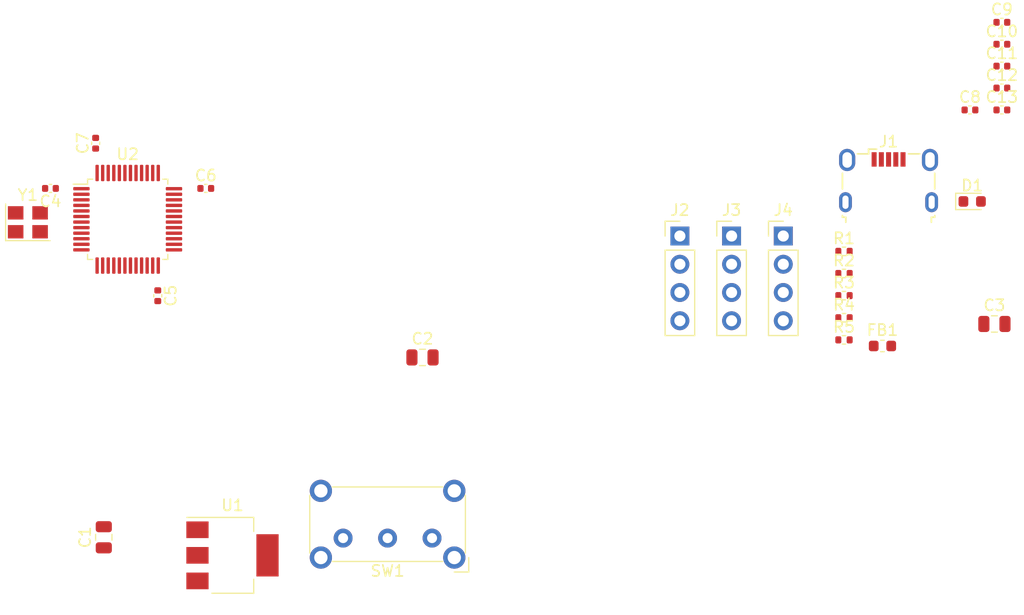
<source format=kicad_pcb>
(kicad_pcb (version 20221018) (generator pcbnew)
  (layers (0 "F.Cu" signal) (31 "B.Cu" power) (34 "B.Paste" user) (35 "F.Paste" user) (36 "B.SilkS" user "B.Silkscreen") (37 "F.SilkS" user "F.Silkscreen") (38 "B.Mask" user) (39 "F.Mask" user) (44 "Edge.Cuts" user))
  (net 0 "")
  (net 1 "VBUS")
  (net 2 "GND")
  (net 3 "+3.3V")
  (net 4 "Net-(C10-Pad2)")
  (net 5 "Net-(C10-Pad1)")
  (net 6 "/NRST")
  (net 7 "/HSE_IN")
  (net 8 "/HSE_OUT")
  (net 9 "Net-(D1-K)")
  (net 10 "/USB_D-")
  (net 11 "/USB_D+")
  (net 14 "+3V3")
  (net 15 "/USART1_TX")
  (net 16 "/USART1_RX")
  (net 17 "/SWDIO")
  (net 18 "/SWCLK")
  (net 19 "/I2C2_SCL")
  (net 20 "/I2C2_SDA")
  (net 21 "/SW_BOOTO")
  (net 22 "Net-(U2-BOOT0)")
  (footprint "Inductor_SMD:L_0603_1608Metric" (layer "F.Cu") (at 121.06 93.42)
    (fp_text reference "FB1" (at 0 -1.43) (layer "F.SilkS"))
    (fp_text value "120R")
    (fp_line (start -0.162779 -0.51) (end 0.162779 -0.51) (stroke (width 0.12)) (layer "F.SilkS"))
    (fp_line (start -0.162779 0.51) (end 0.162779 0.51) (stroke (width 0.12)) (layer "F.SilkS"))
    (pad "1" smd roundrect (at -0.7875 0) (size 0.875 0.95) (layers "F.Cu" "F.Paste" "F.Mask") (net 3 "+3.3V"))
    (pad "2" smd roundrect (at 0.7875 0) (size 0.875 0.95) (layers "F.Cu" "F.Paste" "F.Mask") (net 5 "Net-(C10-Pad1)"))
  )
  (footprint "Capacitor_SMD:C_0402_1005Metric" (layer "F.Cu") (at 131.8 70.22)
    (fp_text reference "C12" (at 0 -1.16) (layer "F.SilkS"))
    (fp_text value "10pF")
    (fp_line (start -0.107836 -0.36) (end 0.107836 -0.36) (stroke (width 0.12)) (layer "F.SilkS"))
    (fp_line (start -0.107836 0.36) (end 0.107836 0.36) (stroke (width 0.12)) (layer "F.SilkS"))
    (pad "1" smd roundrect (at -0.48 0) (size 0.56 0.62) (layers "F.Cu" "F.Paste" "F.Mask") (net 7 "/HSE_IN"))
    (pad "2" smd roundrect (at 0.48 0) (size 0.56 0.62) (layers "F.Cu" "F.Paste" "F.Mask") (net 2 "GND"))
  )
  (footprint "Resistor_SMD:R_0402_1005Metric" (layer "F.Cu") (at 117.6 84.91)
    (fp_text reference "R1" (at 0 -1.17) (layer "F.SilkS"))
    (fp_text value "1k5")
    (fp_line (start -0.153641 -0.38) (end 0.153641 -0.38) (stroke (width 0.12)) (layer "F.SilkS"))
    (fp_line (start -0.153641 0.38) (end 0.153641 0.38) (stroke (width 0.12)) (layer "F.SilkS"))
    (pad "1" smd roundrect (at -0.51 0) (size 0.54 0.64) (layers "F.Cu" "F.Paste" "F.Mask") (net 9 "Net-(D1-K)"))
    (pad "2" smd roundrect (at 0.51 0) (size 0.54 0.64) (layers "F.Cu" "F.Paste" "F.Mask") (net 2 "GND"))
  )
  (footprint "Resistor_SMD:R_0402_1005Metric" (layer "F.Cu") (at 117.6 90.88)
    (fp_text reference "R4" (at 0 -1.17) (layer "F.SilkS"))
    (fp_text value "1k5")
    (fp_line (start -0.153641 -0.38) (end 0.153641 -0.38) (stroke (width 0.12)) (layer "F.SilkS"))
    (fp_line (start -0.153641 0.38) (end 0.153641 0.38) (stroke (width 0.12)) (layer "F.SilkS"))
    (pad "1" smd roundrect (at -0.51 0) (size 0.54 0.64) (layers "F.Cu" "F.Paste" "F.Mask") (net 19 "/I2C2_SCL"))
    (pad "2" smd roundrect (at 0.51 0) (size 0.54 0.64) (layers "F.Cu" "F.Paste" "F.Mask") (net 14 "+3V3"))
  )
  (footprint "Resistor_SMD:R_0402_1005Metric" (layer "F.Cu") (at 117.6 86.9)
    (fp_text reference "R2" (at 0 -1.17) (layer "F.SilkS"))
    (fp_text value "10k")
    (fp_line (start -0.153641 -0.38) (end 0.153641 -0.38) (stroke (width 0.12)) (layer "F.SilkS"))
    (fp_line (start -0.153641 0.38) (end 0.153641 0.38) (stroke (width 0.12)) (layer "F.SilkS"))
    (pad "1" smd roundrect (at -0.51 0) (size 0.54 0.64) (layers "F.Cu" "F.Paste" "F.Mask") (net 21 "/SW_BOOTO"))
    (pad "2" smd roundrect (at 0.51 0) (size 0.54 0.64) (layers "F.Cu" "F.Paste" "F.Mask") (net 22 "Net-(U2-BOOT0)"))
  )
  (footprint "Capacitor_SMD:C_0402_1005Metric" (layer "F.Cu") (at 131.8 68.25)
    (fp_text reference "C11" (at 0 -1.16) (layer "F.SilkS"))
    (fp_text value "100n")
    (fp_line (start -0.107836 -0.36) (end 0.107836 -0.36) (stroke (width 0.12)) (layer "F.SilkS"))
    (fp_line (start -0.107836 0.36) (end 0.107836 0.36) (stroke (width 0.12)) (layer "F.SilkS"))
    (pad "1" smd roundrect (at -0.48 0) (size 0.56 0.62) (layers "F.Cu" "F.Paste" "F.Mask") (net 6 "/NRST"))
    (pad "2" smd roundrect (at 0.48 0) (size 0.56 0.62) (layers "F.Cu" "F.Paste" "F.Mask") (net 2 "GND"))
  )
  (footprint "Crystal:Crystal_SMD_3225-4Pin_3.2x2.5mm" (layer "F.Cu") (at 44.196 82.296)
    (fp_text reference "Y1" (at 0 -2.45) (layer "F.SilkS"))
    (fp_text value "16Mhz")
    (fp_line (start -2 -1.65) (end -2 1.65) (stroke (width 0.12)) (layer "F.SilkS"))
    (fp_line (start -2 1.65) (end 2 1.65) (stroke (width 0.12)) (layer "F.SilkS"))
    (pad "1" smd rect (at -1.1 0.85) (size 1.4 1.2) (layers "F.Cu" "F.Paste" "F.Mask") (net 7 "/HSE_IN"))
    (pad "2" smd rect (at 1.1 0.85) (size 1.4 1.2) (layers "F.Cu" "F.Paste" "F.Mask") (net 2 "GND"))
    (pad "3" smd rect (at 1.1 -0.85) (size 1.4 1.2) (layers "F.Cu" "F.Paste" "F.Mask") (net 8 "/HSE_OUT"))
    (pad "4" smd rect (at -1.1 -0.85) (size 1.4 1.2) (layers "F.Cu" "F.Paste" "F.Mask") (net 2 "GND"))
  )
  (footprint "LED_SMD:LED_0603_1608Metric" (layer "F.Cu") (at 129.13 80.42)
    (fp_text reference "D1" (at 0 -1.43) (layer "F.SilkS"))
    (fp_text value "LED")
    (fp_line (start -1.485 -0.735) (end -1.485 0.735) (stroke (width 0.12)) (layer "F.SilkS"))
    (fp_line (start -1.485 0.735) (end 0.8 0.735) (stroke (width 0.12)) (layer "F.SilkS"))
    (fp_line (start 0.8 -0.735) (end -1.485 -0.735) (stroke (width 0.12)) (layer "F.SilkS"))
    (pad "1" smd roundrect (at -0.7875 0) (size 0.875 0.95) (layers "F.Cu" "F.Paste" "F.Mask") (net 9 "Net-(D1-K)"))
    (pad "2" smd roundrect (at 0.7875 0) (size 0.875 0.95) (layers "F.Cu" "F.Paste" "F.Mask") (net 3 "+3.3V"))
  )
  (footprint "Capacitor_SMD:C_0402_1005Metric" (layer "F.Cu") (at 60.198 79.248)
    (fp_text reference "C6" (at 0 -1.16) (layer "F.SilkS"))
    (fp_text value "100n")
    (fp_line (start -0.107836 -0.36) (end 0.107836 -0.36) (stroke (width 0.12)) (layer "F.SilkS"))
    (fp_line (start -0.107836 0.36) (end 0.107836 0.36) (stroke (width 0.12)) (layer "F.SilkS"))
    (pad "1" smd roundrect (at -0.48 0) (size 0.56 0.62) (layers "F.Cu" "F.Paste" "F.Mask") (net 3 "+3.3V"))
    (pad "2" smd roundrect (at 0.48 0) (size 0.56 0.62) (layers "F.Cu" "F.Paste" "F.Mask") (net 2 "GND"))
  )
  (footprint "Button_Switch_THT:SW_E-Switch_EG1224_SPDT_Angled" (layer "F.Cu") (at 80.55 110.7 180)
    (fp_text reference "SW1" (at 4 -2.95) (layer "F.SilkS"))
    (fp_text value "SW_SPDT")
    (fp_line (start -3.3 -3.05) (end -2 -3.05) (stroke (width 0.12)) (layer "F.SilkS"))
    (fp_line (start -3.3 -1.75) (end -3.3 -3.05) (stroke (width 0.12)) (layer "F.SilkS"))
    (fp_line (start -3 3.85) (end -3 -1.35) (stroke (width 0.12)) (layer "F.SilkS"))
    (fp_line (start -0.95 -2.1) (end 8.95 -2.1) (stroke (width 0.12)) (layer "F.SilkS"))
    (fp_line (start 8.95 4.6) (end -0.95 4.6) (stroke (width 0.12)) (layer "F.SilkS"))
    (fp_line (start 11 -1.35) (end 11 3.85) (stroke (width 0.12)) (layer "F.SilkS"))
    (pad "" thru_hole circle (at -2 -1.75 180) (size 2 2) (drill 1.2) (layers "*.Cu" "*.Mask"))
    (pad "" thru_hole circle (at -2 4.25 180) (size 2 2) (drill 1.2) (layers "*.Cu" "*.Mask"))
    (pad "" thru_hole circle (at 10 -1.75 180) (size 2 2) (drill 1.2) (layers "*.Cu" "*.Mask"))
    (pad "" thru_hole circle (at 10 4.25 180) (size 2 2) (drill 1.2) (layers "*.Cu" "*.Mask"))
    (pad "1" thru_hole circle (at 0 0 180) (size 1.7 1.7) (drill 0.9) (layers "*.Cu" "*.Mask") (net 3 "+3.3V"))
    (pad "2" thru_hole circle (at 4 0 180) (size 1.7 1.7) (drill 0.9) (layers "*.Cu" "*.Mask") (net 21 "/SW_BOOTO"))
    (pad "3" thru_hole circle (at 8 0 180) (size 1.7 1.7) (drill 0.9) (layers "*.Cu" "*.Mask") (net 2 "GND"))
  )
  (footprint "Capacitor_SMD:C_0402_1005Metric" (layer "F.Cu") (at 50.292 75.184 90)
    (fp_text reference "C7" (at 0 -1.16 90) (layer "F.SilkS"))
    (fp_text value "100n")
    (fp_line (start -0.107836 -0.36) (end 0.107836 -0.36) (stroke (width 0.12)) (layer "F.SilkS"))
    (fp_line (start -0.107836 0.36) (end 0.107836 0.36) (stroke (width 0.12)) (layer "F.SilkS"))
    (pad "1" smd roundrect (at -0.48 0 90) (size 0.56 0.62) (layers "F.Cu" "F.Paste" "F.Mask") (net 3 "+3.3V"))
    (pad "2" smd roundrect (at 0.48 0 90) (size 0.56 0.62) (layers "F.Cu" "F.Paste" "F.Mask") (net 2 "GND"))
  )
  (footprint "Capacitor_SMD:C_0402_1005Metric" (layer "F.Cu") (at 55.88 88.9 -90)
    (fp_text reference "C5" (at 0 -1.16 90) (layer "F.SilkS"))
    (fp_text value "100n")
    (fp_line (start -0.107836 -0.36) (end 0.107836 -0.36) (stroke (width 0.12)) (layer "F.SilkS"))
    (fp_line (start -0.107836 0.36) (end 0.107836 0.36) (stroke (width 0.12)) (layer "F.SilkS"))
    (pad "1" smd roundrect (at -0.48 0 270) (size 0.56 0.62) (layers "F.Cu" "F.Paste" "F.Mask") (net 3 "+3.3V"))
    (pad "2" smd roundrect (at 0.48 0 270) (size 0.56 0.62) (layers "F.Cu" "F.Paste" "F.Mask") (net 2 "GND"))
  )
  (footprint "Connector_PinHeader_2.54mm:PinHeader_1x04_P2.54mm_Vertical" (layer "F.Cu") (at 102.84 83.53)
    (fp_text reference "J2" (at 0 -2.33) (layer "F.SilkS"))
    (fp_text value "Conn_01x04_Pin")
    (fp_line (start -1.33 -1.33) (end 0 -1.33) (stroke (width 0.12)) (layer "F.SilkS"))
    (fp_line (start -1.33 0) (end -1.33 -1.33) (stroke (width 0.12)) (layer "F.SilkS"))
    (fp_line (start -1.33 1.27) (end -1.33 8.95) (stroke (width 0.12)) (layer "F.SilkS"))
    (fp_line (start -1.33 1.27) (end 1.33 1.27) (stroke (width 0.12)) (layer "F.SilkS"))
    (fp_line (start -1.33 8.95) (end 1.33 8.95) (stroke (width 0.12)) (layer "F.SilkS"))
    (fp_line (start 1.33 1.27) (end 1.33 8.95) (stroke (width 0.12)) (layer "F.SilkS"))
    (pad "1" thru_hole rect (at 0 0) (size 1.7 1.7) (drill 1) (layers "*.Cu" "*.Mask") (net 14 "+3V3"))
    (pad "2" thru_hole oval (at 0 2.54) (size 1.7 1.7) (drill 1) (layers "*.Cu" "*.Mask") (net 15 "/USART1_TX"))
    (pad "3" thru_hole oval (at 0 5.08) (size 1.7 1.7) (drill 1) (layers "*.Cu" "*.Mask") (net 16 "/USART1_RX"))
    (pad "4" thru_hole oval (at 0 7.62) (size 1.7 1.7) (drill 1) (layers "*.Cu" "*.Mask") (net 2 "GND"))
  )
  (footprint "Capacitor_SMD:C_0402_1005Metric" (layer "F.Cu") (at 131.8 64.31)
    (fp_text reference "C9" (at 0 -1.16) (layer "F.SilkS"))
    (fp_text value "1u")
    (fp_line (start -0.107836 -0.36) (end 0.107836 -0.36) (stroke (width 0.12)) (layer "F.SilkS"))
    (fp_line (start -0.107836 0.36) (end 0.107836 0.36) (stroke (width 0.12)) (layer "F.SilkS"))
    (pad "1" smd roundrect (at -0.48 0) (size 0.56 0.62) (layers "F.Cu" "F.Paste" "F.Mask") (net 3 "+3.3V"))
    (pad "2" smd roundrect (at 0.48 0) (size 0.56 0.62) (layers "F.Cu" "F.Paste" "F.Mask") (net 4 "Net-(C10-Pad2)"))
  )
  (footprint "Capacitor_SMD:C_0805_2012Metric" (layer "F.Cu") (at 131.13 91.44)
    (fp_text reference "C3" (at 0 -1.68) (layer "F.SilkS"))
    (fp_text value "10u")
    (fp_line (start -0.261252 -0.735) (end 0.261252 -0.735) (stroke (width 0.12)) (layer "F.SilkS"))
    (fp_line (start -0.261252 0.735) (end 0.261252 0.735) (stroke (width 0.12)) (layer "F.SilkS"))
    (pad "1" smd roundrect (at -0.95 0) (size 1 1.45) (layers "F.Cu" "F.Paste" "F.Mask") (net 3 "+3.3V"))
    (pad "2" smd roundrect (at 0.95 0) (size 1 1.45) (layers "F.Cu" "F.Paste" "F.Mask") (net 2 "GND"))
  )
  (footprint "Capacitor_SMD:C_0402_1005Metric" (layer "F.Cu") (at 128.93 72.19)
    (fp_text reference "C8" (at 0 -1.16) (layer "F.SilkS"))
    (fp_text value "10n")
    (fp_line (start -0.107836 -0.36) (end 0.107836 -0.36) (stroke (width 0.12)) (layer "F.SilkS"))
    (fp_line (start -0.107836 0.36) (end 0.107836 0.36) (stroke (width 0.12)) (layer "F.SilkS"))
    (pad "1" smd roundrect (at -0.48 0) (size 0.56 0.62) (layers "F.Cu" "F.Paste" "F.Mask") (net 3 "+3.3V"))
    (pad "2" smd roundrect (at 0.48 0) (size 0.56 0.62) (layers "F.Cu" "F.Paste" "F.Mask") (net 4 "Net-(C10-Pad2)"))
  )
  (footprint "Capacitor_SMD:C_0805_2012Metric" (layer "F.Cu") (at 51.025 110.625 90)
    (fp_text reference "C1" (at 0 -1.68 90) (layer "F.SilkS"))
    (fp_text value "22uF")
    (fp_line (start -0.261252 -0.735) (end 0.261252 -0.735) (stroke (width 0.12)) (layer "F.SilkS"))
    (fp_line (start -0.261252 0.735) (end 0.261252 0.735) (stroke (width 0.12)) (layer "F.SilkS"))
    (pad "1" smd roundrect (at -0.95 0 90) (size 1 1.45) (layers "F.Cu" "F.Paste" "F.Mask") (net 1 "VBUS"))
    (pad "2" smd roundrect (at 0.95 0 90) (size 1 1.45) (layers "F.Cu" "F.Paste" "F.Mask") (net 2 "GND"))
  )
  (footprint "Capacitor_SMD:C_0402_1005Metric" (layer "F.Cu") (at 131.8 72.19)
    (fp_text reference "C13" (at 0 -1.16) (layer "F.SilkS"))
    (fp_text value "10pF")
    (fp_line (start -0.107836 -0.36) (end 0.107836 -0.36) (stroke (width 0.12)) (layer "F.SilkS"))
    (fp_line (start -0.107836 0.36) (end 0.107836 0.36) (stroke (width 0.12)) (layer "F.SilkS"))
    (pad "1" smd roundrect (at -0.48 0) (size 0.56 0.62) (layers "F.Cu" "F.Paste" "F.Mask") (net 8 "/HSE_OUT"))
    (pad "2" smd roundrect (at 0.48 0) (size 0.56 0.62) (layers "F.Cu" "F.Paste" "F.Mask") (net 2 "GND"))
  )
  (footprint "Resistor_SMD:R_0402_1005Metric" (layer "F.Cu") (at 117.6 92.87)
    (fp_text reference "R5" (at 0 -1.17) (layer "F.SilkS"))
    (fp_text value "1k5")
    (fp_line (start -0.153641 -0.38) (end 0.153641 -0.38) (stroke (width 0.12)) (layer "F.SilkS"))
    (fp_line (start -0.153641 0.38) (end 0.153641 0.38) (stroke (width 0.12)) (layer "F.SilkS"))
    (pad "1" smd roundrect (at -0.51 0) (size 0.54 0.64) (layers "F.Cu" "F.Paste" "F.Mask") (net 20 "/I2C2_SDA"))
    (pad "2" smd roundrect (at 0.51 0) (size 0.54 0.64) (layers "F.Cu" "F.Paste" "F.Mask") (net 14 "+3V3"))
  )
  (footprint "Capacitor_SMD:C_0402_1005Metric" (layer "F.Cu") (at 46.228 79.248 180)
    (fp_text reference "C4" (at 0 -1.16) (layer "F.SilkS"))
    (fp_text value "100n")
    (fp_line (start -0.107836 -0.36) (end 0.107836 -0.36) (stroke (width 0.12)) (layer "F.SilkS"))
    (fp_line (start -0.107836 0.36) (end 0.107836 0.36) (stroke (width 0.12)) (layer "F.SilkS"))
    (pad "1" smd roundrect (at -0.48 0 180) (size 0.56 0.62) (layers "F.Cu" "F.Paste" "F.Mask") (net 3 "+3.3V"))
    (pad "2" smd roundrect (at 0.48 0 180) (size 0.56 0.62) (layers "F.Cu" "F.Paste" "F.Mask") (net 2 "GND"))
  )
  (footprint "Resistor_SMD:R_0402_1005Metric" (layer "F.Cu") (at 117.6 88.89)
    (fp_text reference "R3" (at 0 -1.17) (layer "F.SilkS"))
    (fp_text value "1K5")
    (fp_line (start -0.153641 -0.38) (end 0.153641 -0.38) (stroke (width 0.12)) (layer "F.SilkS"))
    (fp_line (start -0.153641 0.38) (end 0.153641 0.38) (stroke (width 0.12)) (layer "F.SilkS"))
    (pad "1" smd roundrect (at -0.51 0) (size 0.54 0.64) (layers "F.Cu" "F.Paste" "F.Mask") (net 3 "+3.3V"))
    (pad "2" smd roundrect (at 0.51 0) (size 0.54 0.64) (layers "F.Cu" "F.Paste" "F.Mask") (net 11 "/USB_D+"))
  )
  (footprint "Connector_USB:USB_Micro-B_Wuerth_629105150521" (layer "F.Cu") (at 121.61 78.54)
    (fp_text reference "J1" (at 0 -3.5) (layer "F.SilkS"))
    (fp_text value "USB_B_Micro")
    (fp_line (start -4.15 -0.65) (end -4.15 0.75) (stroke (width 0.15)) (layer "F.SilkS"))
    (fp_line (start -4.15 3.15) (end -4.15 3.3) (stroke (width 0.15)) (layer "F.SilkS"))
    (fp_line (start -4.15 3.3) (end -3.85 3.3) (stroke (width 0.15)) (layer "F.SilkS"))
    (fp_line (start -3.85 3.3) (end -3.85 3.75) (stroke (width 0.15)) (layer "F.SilkS"))
    (fp_line (start -1.8 -2.825) (end -1.8 -2.4) (stroke (width 0.15)) (layer "F.SilkS"))
    (fp_line (start -1.8 -2.4) (end -2.8 -2.4) (stroke (width 0.15)) (layer "F.SilkS"))
    (fp_line (start -1.075 -2.825) (end -1.8 -2.825) (stroke (width 0.15)) (layer "F.SilkS"))
    (fp_line (start 1.8 -2.4) (end 2.8 -2.4) (stroke (width 0.15)) (layer "F.SilkS"))
    (fp_line (start 3.85 3.3) (end 4.15 3.3) (stroke (width 0.15)) (layer "F.SilkS"))
    (fp_line (start 3.85 3.75) (end 3.85 3.3) (stroke (width 0.15)) (layer "F.SilkS"))
    (fp_line (start 4.15 0.75) (end 4.15 -0.65) (stroke (width 0.15)) (layer "F.SilkS"))
    (fp_line (start 4.15 3.3) (end 4.15 3.15) (stroke (width 0.15)) (layer "F.SilkS"))
    (pad "" np_thru_hole oval (at -2.5 -0.8) (size 0.8 0.8) (drill 0.8) (layers "*.Cu" "*.Mask"))
    (pad "" np_thru_hole oval (at 2.5 -0.8) (size 0.8 0.8) (drill 0.8) (layers "*.Cu" "*.Mask"))
    (pad "1" smd rect (at -1.3 -1.9) (size 0.45 1.3) (layers "F.Cu" "F.Paste" "F.Mask") (net 1 "VBUS"))
    (pad "2" smd rect (at -0.65 -1.9) (size 0.45 1.3) (layers "F.Cu" "F.Paste" "F.Mask") (net 10 "/USB_D-"))
    (pad "3" smd rect (at 0 -1.9) (size 0.45 1.3) (layers "F.Cu" "F.Paste" "F.Mask") (net 11 "/USB_D+"))
    (pad "4" smd rect (at 0.65 -1.9) (size 0.45 1.3) (layers "F.Cu" "F.Paste" "F.Mask"))
    (pad "5" smd rect (at 1.3 -1.9) (size 0.45 1.3) (layers "F.Cu" "F.Paste" "F.Mask") (net 2 "GND"))
    (pad "6" thru_hole oval (at -3.875 1.95) (size 1.15 1.8) (drill oval 0.55 1.2) (layers "*.Cu" "*.Mask"))
    (pad "6" thru_hole oval (at -3.725 -1.85) (size 1.45 2) (drill oval 0.85 1.4) (layers "*.Cu" "*.Mask"))
    (pad "6" thru_hole oval (at 3.725 -1.85) (size 1.45 2) (drill oval 0.85 1.4) (layers "*.Cu" "*.Mask"))
    (pad "6" thru_hole oval (at 3.875 1.95) (size 1.15 1.8) (drill oval 0.55 1.2) (layers "*.Cu" "*.Mask"))
  )
  (footprint "Connector_PinHeader_2.54mm:PinHeader_1x04_P2.54mm_Vertical" (layer "F.Cu") (at 107.49 83.53)
    (fp_text reference "J3" (at 0 -2.33) (layer "F.SilkS"))
    (fp_text value "Conn_01x04_Pin")
    (fp_line (start -1.33 -1.33) (end 0 -1.33) (stroke (width 0.12)) (layer "F.SilkS"))
    (fp_line (start -1.33 0) (end -1.33 -1.33) (stroke (width 0.12)) (layer "F.SilkS"))
    (fp_line (start -1.33 1.27) (end -1.33 8.95) (stroke (width 0.12)) (layer "F.SilkS"))
    (fp_line (start -1.33 1.27) (end 1.33 1.27) (stroke (width 0.12)) (layer "F.SilkS"))
    (fp_line (start -1.33 8.95) (end 1.33 8.95) (stroke (width 0.12)) (layer "F.SilkS"))
    (fp_line (start 1.33 1.27) (end 1.33 8.95) (stroke (width 0.12)) (layer "F.SilkS"))
    (pad "1" thru_hole rect (at 0 0) (size 1.7 1.7) (drill 1) (layers "*.Cu" "*.Mask") (net 3 "+3.3V"))
    (pad "2" thru_hole oval (at 0 2.54) (size 1.7 1.7) (drill 1) (layers "*.Cu" "*.Mask") (net 17 "/SWDIO"))
    (pad "3" thru_hole oval (at 0 5.08) (size 1.7 1.7) (drill 1) (layers "*.Cu" "*.Mask") (net 18 "/SWCLK"))
    (pad "4" thru_hole oval (at 0 7.62) (size 1.7 1.7) (drill 1) (layers "*.Cu" "*.Mask") (net 2 "GND"))
  )
  (footprint "Capacitor_SMD:C_0805_2012Metric" (layer "F.Cu") (at 79.69 94.45)
    (fp_text reference "C2" (at 0 -1.68) (layer "F.SilkS"))
    (fp_text value "22uF")
    (fp_line (start -0.261252 -0.735) (end 0.261252 -0.735) (stroke (width 0.12)) (layer "F.SilkS"))
    (fp_line (start -0.261252 0.735) (end 0.261252 0.735) (stroke (width 0.12)) (layer "F.SilkS"))
    (pad "1" smd roundrect (at -0.95 0) (size 1 1.45) (layers "F.Cu" "F.Paste" "F.Mask") (net 3 "+3.3V"))
    (pad "2" smd roundrect (at 0.95 0) (size 1 1.45) (layers "F.Cu" "F.Paste" "F.Mask") (net 2 "GND"))
  )
  (footprint "Capacitor_SMD:C_0402_1005Metric" (layer "F.Cu") (at 131.8 66.28)
    (fp_text reference "C10" (at 0 -1.16) (layer "F.SilkS"))
    (fp_text value "1u")
    (fp_line (start -0.107836 -0.36) (end 0.107836 -0.36) (stroke (width 0.12)) (layer "F.SilkS"))
    (fp_line (start -0.107836 0.36) (end 0.107836 0.36) (stroke (width 0.12)) (layer "F.SilkS"))
    (pad "1" smd roundrect (at -0.48 0) (size 0.56 0.62) (layers "F.Cu" "F.Paste" "F.Mask") (net 5 "Net-(C10-Pad1)"))
    (pad "2" smd roundrect (at 0.48 0) (size 0.56 0.62) (layers "F.Cu" "F.Paste" "F.Mask") (net 4 "Net-(C10-Pad2)"))
  )
  (footprint "Package_QFP:LQFP-48_7x7mm_P0.5mm" (layer "F.Cu") (at 53.175 82.025)
    (fp_text reference "U2" (at 0 -5.85) (layer "F.SilkS"))
    (fp_text value "STM32F103C8Tx")
    (fp_line (start -3.61 -3.61) (end -3.61 -3.16) (stroke (width 0.12)) (layer "F.SilkS"))
    (fp_line (start -3.61 -3.16) (end -4.9 -3.16) (stroke (width 0.12)) (layer "F.SilkS"))
    (fp_line (start -3.61 3.61) (end -3.61 3.16) (stroke (width 0.12)) (layer "F.SilkS"))
    (fp_line (start -3.16 -3.61) (end -3.61 -3.61) (stroke (width 0.12)) (layer "F.SilkS"))
    (fp_line (start -3.16 3.61) (end -3.61 3.61) (stroke (width 0.12)) (layer "F.SilkS"))
    (fp_line (start 3.16 -3.61) (end 3.61 -3.61) (stroke (width 0.12)) (layer "F.SilkS"))
    (fp_line (start 3.16 3.61) (end 3.61 3.61) (stroke (width 0.12)) (layer "F.SilkS"))
    (fp_line (start 3.61 -3.61) (end 3.61 -3.16) (stroke (width 0.12)) (layer "F.SilkS"))
    (fp_line (start 3.61 3.61) (end 3.61 3.16) (stroke (width 0.12)) (layer "F.SilkS"))
    (pad "1" smd roundrect (at -4.1625 -2.75) (size 1.475 0.3) (layers "F.Cu" "F.Paste" "F.Mask") (net 3 "+3.3V"))
    (pad "2" smd roundrect (at -4.1625 -2.25) (size 1.475 0.3) (layers "F.Cu" "F.Paste" "F.Mask"))
    (pad "3" smd roundrect (at -4.1625 -1.75) (size 1.475 0.3) (layers "F.Cu" "F.Paste" "F.Mask"))
    (pad "4" smd roundrect (at -4.1625 -1.25) (size 1.475 0.3) (layers "F.Cu" "F.Paste" "F.Mask"))
    (pad "5" smd roundrect (at -4.1625 -0.75) (size 1.475 0.3) (layers "F.Cu" "F.Paste" "F.Mask") (net 7 "/HSE_IN"))
    (pad "6" smd roundrect (at -4.1625 -0.25) (size 1.475 0.3) (layers "F.Cu" "F.Paste" "F.Mask") (net 8 "/HSE_OUT"))
    (pad "7" smd roundrect (at -4.1625 0.25) (size 1.475 0.3) (layers "F.Cu" "F.Paste" "F.Mask") (net 6 "/NRST"))
    (pad "8" smd roundrect (at -4.1625 0.75) (size 1.475 0.3) (layers "F.Cu" "F.Paste" "F.Mask") (net 2 "GND"))
    (pad "9" smd roundrect (at -4.1625 1.25) (size 1.475 0.3) (layers "F.Cu" "F.Paste" "F.Mask") (net 3 "+3.3V"))
    (pad "10" smd roundrect (at -4.1625 1.75) (size 1.475 0.3) (layers "F.Cu" "F.Paste" "F.Mask"))
    (pad "11" smd roundrect (at -4.1625 2.25) (size 1.475 0.3) (layers "F.Cu" "F.Paste" "F.Mask"))
    (pad "12" smd roundrect (at -4.1625 2.75) (size 1.475 0.3) (layers "F.Cu" "F.Paste" "F.Mask"))
    (pad "13" smd roundrect (at -2.75 4.1625) (size 0.3 1.475) (layers "F.Cu" "F.Paste" "F.Mask"))
    (pad "14" smd roundrect (at -2.25 4.1625) (size 0.3 1.475) (layers "F.Cu" "F.Paste" "F.Mask"))
    (pad "15" smd roundrect (at -1.75 4.1625) (size 0.3 1.475) (layers "F.Cu" "F.Paste" "F.Mask"))
    (pad "16" smd roundrect (at -1.25 4.1625) (size 0.3 1.475) (layers "F.Cu" "F.Paste" "F.Mask"))
    (pad "17" smd roundrect (at -0.75 4.1625) (size 0.3 1.475) (layers "F.Cu" "F.Paste" "F.Mask"))
    (pad "18" smd roundrect (at -0.25 4.1625) (size 0.3 1.475) (layers "F.Cu" "F.Paste" "F.Mask"))
    (pad "19" smd roundrect (at 0.25 4.1625) (size 0.3 1.475) (layers "F.Cu" "F.Paste" "F.Mask"))
    (pad "20" smd roundrect (at 0.75 4.1625) (size 0.3 1.475) (layers "F.Cu" "F.Paste" "F.Mask"))
    (pad "21" smd roundrect (at 1.25 4.1625) (size 0.3 1.475) (layers "F.Cu" "F.Paste" "F.Mask") (net 19 "/I2C2_SCL"))
    (pad "22" smd roundrect (at 1.75 4.1625) (size 0.3 1.475) (layers "F.Cu" "F.Paste" "F.Mask") (net 20 "/I2C2_SDA"))
    (pad "23" smd roundrect (at 2.25 4.1625) (size 0.3 1.475) (layers "F.Cu" "F.Paste" "F.Mask") (net 2 "GND"))
    (pad "24" smd roundrect (at 2.75 4.1625) (size 0.3 1.475) (layers "F.Cu" "F.Paste" "F.Mask") (net 3 "+3.3V"))
    (pad "25" smd roundrect (at 4.1625 2.75) (size 1.475 0.3) (layers "F.Cu" "F.Paste" "F.Mask"))
    (pad "26" smd roundrect (at 4.1625 2.25) (size 1.475 0.3) (layers "F.Cu" "F.Paste" "F.Mask"))
    (pad "27" smd roundrect (at 4.1625 1.75) (size 1.475 0.3) (layers "F.Cu" "F.Paste" "F.Mask"))
    (pad "28" smd roundrect (at 4.1625 1.25) (size 1.475 0.3) (layers "F.Cu" "F.Paste" "F.Mask"))
    (pad "29" smd roundrect (at 4.1625 0.75) (size 1.475 0.3) (layers "F.Cu" "F.Paste" "F.Mask"))
    (pad "30" smd roundrect (at 4.1625 0.25) (size 1.475 0.3) (layers "F.Cu" "F.Paste" "F.Mask"))
    (pad "31" smd roundrect (at 4.1625 -0.25) (size 1.475 0.3) (layers "F.Cu" "F.Paste" "F.Mask"))
    (pad "32" smd roundrect (at 4.1625 -0.75) (size 1.475 0.3) (layers "F.Cu" "F.Paste" "F.Mask") (net 10 "/USB_D-"))
    (pad "33" smd roundrect (at 4.1625 -1.25) (size 1.475 0.3) (layers "F.Cu" "F.Paste" "F.Mask") (net 11 "/USB_D+"))
    (pad "34" smd roundrect (at 4.1625 -1.75) (size 1.475 0.3) (layers "F.Cu" "F.Paste" "F.Mask") (net 17 "/SWDIO"))
    (pad "35" smd roundrect (at 4.1625 -2.25) (size 1.475 0.3) (layers "F.Cu" "F.Paste" "F.Mask") (net 2 "GND"))
    (pad "36" smd roundrect (at 4.1625 -2.75) (size 1.475 0.3) (layers "F.Cu" "F.Paste" "F.Mask") (net 3 "+3.3V"))
    (pad "37" smd roundrect (at 2.75 -4.1625) (size 0.3 1.475) (layers "F.Cu" "F.Paste" "F.Mask") (net 18 "/SWCLK"))
    (pad "38" smd roundrect (at 2.25 -4.1625) (size 0.3 1.475) (layers "F.Cu" "F.Paste" "F.Mask"))
    (pad "39" smd roundrect (at 1.75 -4.1625) (size 0.3 1.475) (layers "F.Cu" "F.Paste" "F.Mask"))
    (pad "40" smd roundrect (at 1.25 -4.1625) (size 0.3 1.475) (layers "F.Cu" "F.Paste" "F.Mask"))
    (pad "41" smd roundrect (at 0.75 -4.1625) (size 0.3 1.475) (layers "F.Cu" "F.Paste" "F.Mask"))
    (pad "42" smd roundrect (at 0.25 -4.1625) (size 0.3 1.475) (layers "F.Cu" "F.Paste" "F.Mask") (net 15 "/USART1_TX"))
    (pad "43" smd roundrect (at -0.25 -4.1625) (size 0.3 1.475) (layers "F.Cu" "F.Paste" "F.Mask") (net 16 "/USART1_RX"))
    (pad "44" smd roundrect (at -0.75 -4.1625) (size 0.3 1.475) (layers "F.Cu" "F.Paste" "F.Mask") (net 22 "Net-(U2-BOOT0)"))
    (pad "45" smd roundrect (at -1.25 -4.1625) (size 0.3 1.475) (layers "F.Cu" "F.Paste" "F.Mask"))
    (pad "46" smd roundrect (at -1.75 -4.1625) (size 0.3 1.475) (layers "F.Cu" "F.Paste" "F.Mask"))
    (pad "47" smd roundrect (at -2.25 -4.1625) (size 0.3 1.475) (layers "F.Cu" "F.Paste" "F.Mask") (net 2 "GND"))
    (pad "48" smd roundrect (at -2.75 -4.1625) (size 0.3 1.475) (layers "F.Cu" "F.Paste" "F.Mask") (net 3 "+3.3V"))
  )
  (footprint "Package_TO_SOT_SMD:SOT-223-3_TabPin2" (layer "F.Cu") (at 62.6 112.25)
    (fp_text reference "U1" (at 0 -4.5) (layer "F.SilkS"))
    (fp_text value "AMS1117-3.3")
    (fp_line (start -4.1 -3.41) (end 1.91 -3.41) (stroke (width 0.12)) (layer "F.SilkS"))
    (fp_line (start -1.85 3.41) (end 1.91 3.41) (stroke (width 0.12)) (layer "F.SilkS"))
    (fp_line (start 1.91 -3.41) (end 1.91 -2.15) (stroke (width 0.12)) (layer "F.SilkS"))
    (fp_line (start 1.91 3.41) (end 1.91 2.15) (stroke (width 0.12)) (layer "F.SilkS"))
    (pad "1" smd rect (at -3.15 -2.3) (size 2 1.5) (layers "F.Cu" "F.Paste" "F.Mask") (net 2 "GND"))
    (pad "2" smd rect (at -3.15 0) (size 2 1.5) (layers "F.Cu" "F.Paste" "F.Mask") (net 3 "+3.3V"))
    (pad "2" smd rect (at 3.15 0) (size 2 3.8) (layers "F.Cu" "F.Paste" "F.Mask") (net 3 "+3.3V"))
    (pad "3" smd rect (at -3.15 2.3) (size 2 1.5) (layers "F.Cu" "F.Paste" "F.Mask") (net 1 "VBUS"))
  )
  (footprint "Connector_PinHeader_2.54mm:PinHeader_1x04_P2.54mm_Vertical" (layer "F.Cu") (at 112.14 83.53)
    (fp_text reference "J4" (at 0 -2.33) (layer "F.SilkS"))
    (fp_text value "Conn_01x04_Pin")
    (fp_line (start -1.33 -1.33) (end 0 -1.33) (stroke (width 0.12)) (layer "F.SilkS"))
    (fp_line (start -1.33 0) (end -1.33 -1.33) (stroke (width 0.12)) (layer "F.SilkS"))
    (fp_line (start -1.33 1.27) (end -1.33 8.95) (stroke (width 0.12)) (layer "F.SilkS"))
    (fp_line (start -1.33 1.27) (end 1.33 1.27) (stroke (width 0.12)) (layer "F.SilkS"))
    (fp_line (start -1.33 8.95) (end 1.33 8.95) (stroke (width 0.12)) (layer "F.SilkS"))
    (fp_line (start 1.33 1.27) (end 1.33 8.95) (stroke (width 0.12)) (layer "F.SilkS"))
    (pad "1" thru_hole rect (at 0 0) (size 1.7 1.7) (drill 1) (layers "*.Cu" "*.Mask") (net 14 "+3V3"))
    (pad "2" thru_hole oval (at 0 2.54) (size 1.7 1.7) (drill 1) (layers "*.Cu" "*.Mask") (net 19 "/I2C2_SCL"))
    (pad "3" thru_hole oval (at 0 5.08) (size 1.7 1.7) (drill 1) (layers "*.Cu" "*.Mask") (net 20 "/I2C2_SDA"))
    (pad "4" thru_hole oval (at 0 7.62) (size 1.7 1.7) (drill 1) (layers "*.Cu" "*.Mask") (net 2 "GND"))
  )
)
</source>
